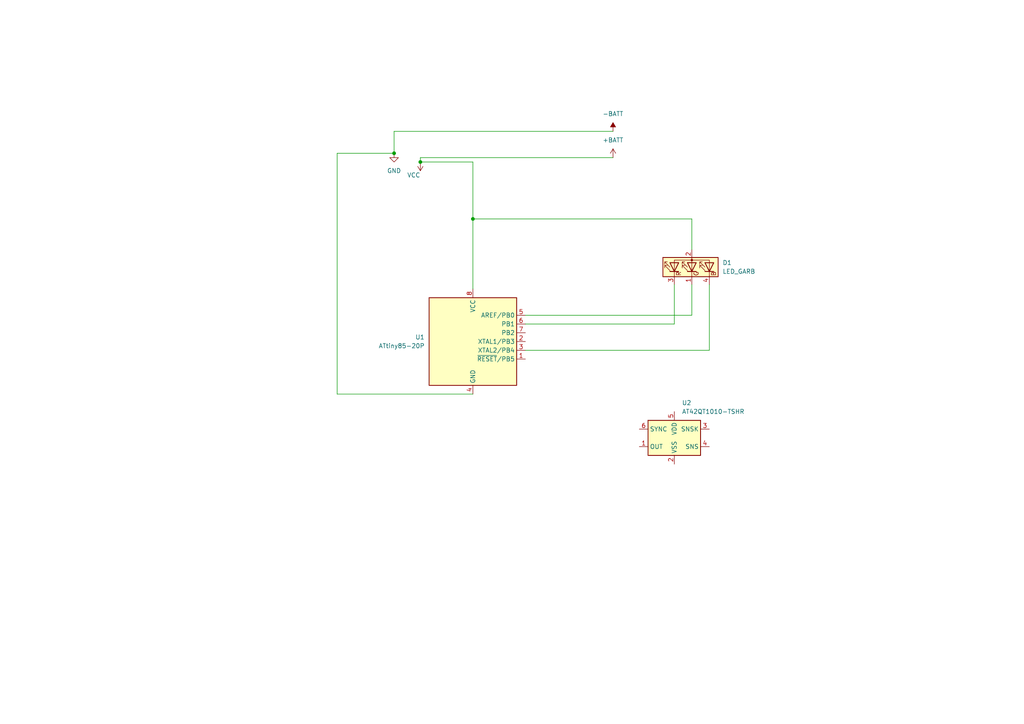
<source format=kicad_sch>
(kicad_sch (version 20230121) (generator eeschema)
  (paper "A4")
  (lib_symbols
    (symbol "Device:LED_GARB" (pin_names (offset 0) hide)
      (property "Reference" "D" (at 0 9.398 0))
      (property "Value" "LED_GARB" (at 0 -8.89 0))
      (symbol "LED_GARB_0_0"
        (text "B" (at -1.905 -6.35 0) (effects (font (size 1.27 1.27))))
        (text "G" (at -1.905 -1.27 0) (effects (font (size 1.27 1.27))))
        (text "R" (at -1.905 3.81 0) (effects (font (size 1.27 1.27))))
      )
      (symbol "LED_GARB_0_1"
        (polyline (pts (xy -1.27 -5.08) (xy -2.54 -5.08)))
        (polyline (pts (xy -1.27 -5.08) (xy 1.27 -5.08)))
        (polyline (pts (xy -1.27 -3.81) (xy -1.27 -6.35)) (stroke (width 0.254)))
        (polyline (pts (xy -1.27 0) (xy -2.54 0)))
        (polyline (pts (xy -1.27 1.27) (xy -1.27 -1.27)) (stroke (width 0.254)))
        (polyline (pts (xy -1.27 5.08) (xy -2.54 5.08)))
        (polyline (pts (xy -1.27 5.08) (xy 1.27 5.08)))
        (polyline (pts (xy -1.27 6.35) (xy -1.27 3.81)) (stroke (width 0.254)))
        (polyline (pts (xy 1.27 0) (xy -1.27 0)))
        (polyline (pts (xy 1.27 0) (xy 2.54 0)))
        (polyline (pts (xy -1.27 1.27) (xy -1.27 -1.27) (xy -1.27 -1.27)))
        (polyline (pts (xy -1.27 6.35) (xy -1.27 3.81) (xy -1.27 3.81)))
        (polyline (pts (xy 1.27 -5.08) (xy 2.032 -5.08) (xy 2.032 5.08) (xy 1.27 5.08)))
        (polyline (pts (xy 1.27 -3.81) (xy 1.27 -6.35) (xy -1.27 -5.08) (xy 1.27 -3.81)) (stroke (width 0.254)))
        (polyline (pts (xy 1.27 1.27) (xy 1.27 -1.27) (xy -1.27 0) (xy 1.27 1.27)) (stroke (width 0.254)))
        (polyline (pts (xy 1.27 6.35) (xy 1.27 3.81) (xy -1.27 5.08) (xy 1.27 6.35)) (stroke (width 0.254)))
        (polyline (pts (xy -1.016 -3.81) (xy 0.508 -2.286) (xy -0.254 -2.286) (xy 0.508 -2.286) (xy 0.508 -3.048)))
        (polyline (pts (xy -1.016 1.27) (xy 0.508 2.794) (xy -0.254 2.794) (xy 0.508 2.794) (xy 0.508 2.032)))
        (polyline (pts (xy -1.016 6.35) (xy 0.508 7.874) (xy -0.254 7.874) (xy 0.508 7.874) (xy 0.508 7.112)))
        (polyline (pts (xy 0 -3.81) (xy 1.524 -2.286) (xy 0.762 -2.286) (xy 1.524 -2.286) (xy 1.524 -3.048)))
        (polyline (pts (xy 0 1.27) (xy 1.524 2.794) (xy 0.762 2.794) (xy 1.524 2.794) (xy 1.524 2.032)))
        (polyline (pts (xy 0 6.35) (xy 1.524 7.874) (xy 0.762 7.874) (xy 1.524 7.874) (xy 1.524 7.112)))
        (rectangle (start 1.27 -1.27) (end 1.27 1.27))
        (rectangle (start 1.27 1.27) (end 1.27 1.27))
        (rectangle (start 1.27 3.81) (end 1.27 6.35))
        (rectangle (start 1.27 6.35) (end 1.27 6.35))
        (circle (center 2.032 0) (radius 0.254) (fill (type outline)))
        (rectangle (start 2.794 8.382) (end -2.794 -7.62) (stroke (width 0.254)) (fill (type background)))
      )
      (symbol "LED_GARB_1_1"
        (pin passive line (at -5.08 0 0) (length 2.54) (name "GK") (number "1"))
        (pin passive line (at 5.08 0 180) (length 2.54) (name "A") (number "2"))
        (pin passive line (at -5.08 5.08 0) (length 2.54) (name "RK") (number "3"))
        (pin passive line (at -5.08 -5.08 0) (length 2.54) (name "BK") (number "4"))
      )
    )
    (symbol "MCU_Microchip_ATtiny:ATtiny85-20P"
      (property "Reference" "U" (at -12.7 13.97 0))
      (property "Value" "ATtiny85-20P" (at 2.54 -13.97 0))
      (symbol "ATtiny85-20P_0_1"
        (rectangle (start -12.7 -12.7) (end 12.7 12.7) (stroke (width 0.254)) (fill (type background)))
      )
      (symbol "ATtiny85-20P_1_1"
        (pin bidirectional line (at 15.24 -5.08 180) (length 2.54) (name "~{RESET}/PB5") (number "1"))
        (pin bidirectional line (at 15.24 0 180) (length 2.54) (name "XTAL1/PB3") (number "2"))
        (pin bidirectional line (at 15.24 -2.54 180) (length 2.54) (name "XTAL2/PB4") (number "3"))
        (pin power_in line (at 0 -15.24 90) (length 2.54) (name "GND") (number "4"))
        (pin bidirectional line (at 15.24 7.62 180) (length 2.54) (name "AREF/PB0") (number "5"))
        (pin bidirectional line (at 15.24 5.08 180) (length 2.54) (name "PB1") (number "6"))
        (pin bidirectional line (at 15.24 2.54 180) (length 2.54) (name "PB2") (number "7"))
        (pin power_in line (at 0 15.24 270) (length 2.54) (name "VCC") (number "8"))
      )
    )
    (symbol "Sensor_Touch:AT42QT1010-TSHR"
      (property "Reference" "U" (at -2.54 8.255 0))
      (property "Value" "AT42QT1010-TSHR" (at -2.54 6.35 0))
      (symbol "AT42QT1010-TSHR_0_1"
        (rectangle (start -7.62 5.08) (end 7.62 -5.08) (stroke (width 0.254)) (fill (type background)))
      )
      (symbol "AT42QT1010-TSHR_1_1"
        (pin output line (at -10.16 -2.54 0) (length 2.54) (name "OUT") (number "1"))
        (pin power_in line (at 0 -7.62 90) (length 2.54) (name "VSS") (number "2"))
        (pin passive line (at 10.16 2.54 180) (length 2.54) (name "SNSK") (number "3"))
        (pin passive line (at 10.16 -2.54 180) (length 2.54) (name "SNS") (number "4"))
        (pin power_in line (at 0 7.62 270) (length 2.54) (name "VDD") (number "5"))
        (pin input line (at -10.16 2.54 0) (length 2.54) (name "SYNC") (number "6"))
      )
    )
    (symbol "power:+BATT" (power) (pin_names (offset 0))
      (property "Value" "+BATT" (at 0 3.556 0))
      (symbol "+BATT_0_1"
        (polyline (pts (xy -0.762 1.27) (xy 0 2.54)))
        (polyline (pts (xy 0 0) (xy 0 2.54)))
        (polyline (pts (xy 0 2.54) (xy 0.762 1.27)))
      )
      (symbol "+BATT_1_1"
        (pin power_in line (at 0 0 90) (length 0) hide (name "+BATT") (number "1"))
      )
    )
    (symbol "power:-BATT" (power) (pin_names (offset 0))
      (property "Value" "-BATT" (at 0 3.556 0))
      (symbol "-BATT_0_1"
        (polyline (pts (xy 0 0) (xy 0 2.54)))
        (polyline (pts (xy 0.762 1.27) (xy -0.762 1.27) (xy 0 2.54) (xy 0.762 1.27)) (fill (type outline)))
      )
      (symbol "-BATT_1_1"
        (pin power_in line (at 0 0 90) (length 0) hide (name "-BATT") (number "1"))
      )
    )
    (symbol "power:GND" (power) (pin_names (offset 0))
      (property "Value" "GND" (at 0 -3.81 0))
      (symbol "GND_0_1"
        (polyline (pts (xy 0 0) (xy 0 -1.27) (xy 1.27 -1.27) (xy 0 -2.54) (xy -1.27 -1.27) (xy 0 -1.27)))
      )
      (symbol "GND_1_1"
        (pin power_in line (at 0 0 270) (length 0) hide (name "GND") (number "1"))
      )
    )
    (symbol "power:VCC" (power) (pin_names (offset 0))
      (property "Value" "VCC" (at 0 3.81 0))
      (symbol "VCC_0_1"
        (polyline (pts (xy -0.762 1.27) (xy 0 2.54)))
        (polyline (pts (xy 0 0) (xy 0 2.54)))
        (polyline (pts (xy 0 2.54) (xy 0.762 1.27)))
      )
      (symbol "VCC_1_1"
        (pin power_in line (at 0 0 90) (length 0) hide (name "VCC") (number "1"))
      )
    )
  )
  (junction (at 121.92 46.99))
  (junction (at 137.16 63.5))
  (junction (at 114.3 44.45))
  (wire (pts (xy 152.4 91.44) (xy 200.66 91.44)))
  (wire (pts (xy 114.3 38.1) (xy 114.3 44.45)))
  (wire (pts (xy 137.16 114.3) (xy 97.79 114.3)))
  (wire (pts (xy 97.79 44.45) (xy 114.3 44.45)))
  (wire (pts (xy 97.79 114.3) (xy 97.79 44.45)))
  (wire (pts (xy 121.92 46.99) (xy 137.16 46.99)))
  (wire (pts (xy 137.16 46.99) (xy 137.16 63.5)))
  (wire (pts (xy 200.66 63.5) (xy 137.16 63.5)))
  (wire (pts (xy 177.8 45.72) (xy 121.92 45.72)))
  (wire (pts (xy 200.66 72.39) (xy 200.66 63.5)))
  (wire (pts (xy 177.8 38.1) (xy 114.3 38.1)))
  (wire (pts (xy 152.4 93.98) (xy 195.58 93.98)))
  (wire (pts (xy 205.74 101.6) (xy 152.4 101.6)))
  (wire (pts (xy 205.74 82.55) (xy 205.74 101.6)))
  (wire (pts (xy 121.92 45.72) (xy 121.92 46.99)))
  (wire (pts (xy 137.16 63.5) (xy 137.16 83.82)))
  (wire (pts (xy 195.58 93.98) (xy 195.58 82.55)))
  (wire (pts (xy 200.66 91.44) (xy 200.66 82.55)))
  (symbol (lib_id "Sensor_Touch:AT42QT1010-TSHR") (at 195.58 127 0) (unit 1)
    (property "Reference" "U2" (at 197.7741 116.84 0) (effects (justify left)))
    (property "Value" "AT42QT1010-TSHR" (at 197.7741 119.38 0) (effects (justify left)))
    (property "Footprint" "Package_TO_SOT_SMD:SOT-23-6" (effects hide))
    (property "Datasheet" "http://ww1.microchip.com/downloads/en/DeviceDoc/40001946A.pdf" (effects hide))
  )
  (symbol (lib_id "power:VCC") (at 121.92 46.99 180) (unit 1)
    (property "Reference" "#PWR01" (effects hide))
    (property "Value" "VCC" (at 121.92 50.8 0) (effects (justify left)))
  )
  (symbol (lib_id "power:+BATT") (at 177.8 45.72 0) (unit 1)
    (property "Reference" "#PWR04" (effects hide))
    (property "Value" "+BATT" (at 177.8 40.64 0))
  )
  (symbol (lib_id "Device:LED_GARB") (at 200.66 77.47 90) (unit 1)
    (property "Reference" "D1" (at 209.55 76.2 90) (effects (justify right)))
    (property "Value" "LED_GARB" (at 209.55 78.74 90) (effects (justify right)))
    (property "Footprint" "LED_THT:LED_BL-FL7680RGB" (effects hide))
  )
  (symbol (lib_id "MCU_Microchip_ATtiny:ATtiny85-20P") (at 137.16 99.06 0) (unit 1)
    (property "Reference" "U1" (at 123.19 97.79 0) (effects (justify right)))
    (property "Value" "ATtiny85-20P" (at 123.19 100.33 0) (effects (justify right)))
    (property "Footprint" "Package_DIP:DIP-8_W7.62mm" (effects hide))
    (property "Datasheet" "http://ww1.microchip.com/downloads/en/DeviceDoc/atmel-2586-avr-8-bit-microcontroller-attiny25-attiny45-attiny85_datasheet.pdf" (effects hide))
  )
  (symbol (lib_id "power:GND") (at 114.3 44.45 0) (unit 1)
    (property "Reference" "#PWR02" (effects hide))
    (property "Value" "GND" (at 114.3 49.53 0))
  )
  (symbol (lib_id "power:-BATT") (at 177.8 38.1 0) (unit 1)
    (property "Reference" "#PWR03" (effects hide))
    (property "Value" "-BATT" (at 177.8 33.02 0))
  )
)
</source>
